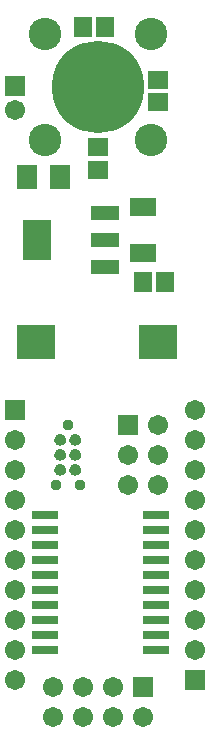
<source format=gbr>
G04 DipTrace 2.4.0.1*
%INTopMask.gbr*%
%MOIN*%
%ADD34C,0.0374*%
%ADD43C,0.108*%
%ADD45C,0.308*%
%ADD47R,0.0867X0.0316*%
%ADD49R,0.0592X0.0671*%
%ADD51C,0.0671*%
%ADD53R,0.0671X0.0671*%
%ADD55R,0.0671X0.0592*%
%ADD57R,0.0926X0.136*%
%ADD59R,0.0926X0.0454*%
%ADD61R,0.126X0.118*%
%ADD63R,0.0907X0.0631*%
%ADD65R,0.071X0.0789*%
%FSLAX44Y44*%
G04*
G70*
G90*
G75*
G01*
%LNTopMask*%
%LPD*%
D65*
X6315Y22565D3*
X5213D3*
D63*
X9065Y21565D3*
Y20030D3*
D61*
X9565Y17065D3*
X5515D3*
D59*
X7815Y19565D3*
Y20471D3*
Y21376D3*
D57*
X5532Y20471D3*
D55*
X7565Y22815D3*
Y23563D3*
D53*
X4815Y25602D3*
D51*
Y24815D3*
D49*
X7819Y27565D3*
X7071D3*
D55*
X9565Y25815D3*
Y25067D3*
D53*
X9065Y5565D3*
D51*
Y4565D3*
X8065Y5565D3*
Y4565D3*
X7065Y5565D3*
Y4565D3*
X6065Y5565D3*
Y4565D3*
D53*
X8565Y14315D3*
D51*
X9565D3*
X8565Y13315D3*
X9565D3*
X8565Y12315D3*
X9565D3*
D49*
X9819Y19065D3*
X9071D3*
G36*
X6815Y13620D2*
X6849Y13623D1*
X6882Y13632D1*
X6913Y13646D1*
X6940Y13666D1*
X6964Y13690D1*
X6984Y13717D1*
X6998Y13748D1*
X7007Y13781D1*
X7010Y13815D1*
D1*
X7007Y13849D1*
X6998Y13882D1*
X6984Y13913D1*
X6964Y13940D1*
X6940Y13964D1*
X6913Y13984D1*
X6882Y13998D1*
X6849Y14007D1*
X6815Y14010D1*
D1*
X6781Y14007D1*
X6748Y13998D1*
X6717Y13984D1*
X6690Y13964D1*
X6666Y13940D1*
X6646Y13913D1*
X6632Y13882D1*
X6623Y13849D1*
X6620Y13815D1*
D1*
X6623Y13781D1*
X6632Y13748D1*
X6646Y13717D1*
X6666Y13690D1*
X6690Y13666D1*
X6717Y13646D1*
X6748Y13632D1*
X6781Y13623D1*
X6815Y13620D1*
G37*
G36*
Y13120D2*
X6849Y13123D1*
X6882Y13132D1*
X6913Y13146D1*
X6940Y13166D1*
X6964Y13190D1*
X6984Y13217D1*
X6998Y13248D1*
X7007Y13281D1*
X7010Y13315D1*
D1*
X7007Y13349D1*
X6998Y13382D1*
X6984Y13413D1*
X6964Y13440D1*
X6940Y13464D1*
X6913Y13484D1*
X6882Y13498D1*
X6849Y13507D1*
X6815Y13510D1*
D1*
X6781Y13507D1*
X6748Y13498D1*
X6717Y13484D1*
X6690Y13464D1*
X6666Y13440D1*
X6646Y13413D1*
X6632Y13382D1*
X6623Y13349D1*
X6620Y13315D1*
D1*
X6623Y13281D1*
X6632Y13248D1*
X6646Y13217D1*
X6666Y13190D1*
X6690Y13166D1*
X6717Y13146D1*
X6748Y13132D1*
X6781Y13123D1*
X6815Y13120D1*
G37*
G36*
Y12620D2*
X6849Y12623D1*
X6882Y12632D1*
X6913Y12646D1*
X6940Y12666D1*
X6964Y12690D1*
X6984Y12717D1*
X6998Y12748D1*
X7007Y12781D1*
X7010Y12815D1*
D1*
X7007Y12849D1*
X6998Y12882D1*
X6984Y12913D1*
X6964Y12940D1*
X6940Y12964D1*
X6913Y12984D1*
X6882Y12998D1*
X6849Y13007D1*
X6815Y13010D1*
D1*
X6781Y13007D1*
X6748Y12998D1*
X6717Y12984D1*
X6690Y12964D1*
X6666Y12940D1*
X6646Y12913D1*
X6632Y12882D1*
X6623Y12849D1*
X6620Y12815D1*
D1*
X6623Y12781D1*
X6632Y12748D1*
X6646Y12717D1*
X6666Y12690D1*
X6690Y12666D1*
X6717Y12646D1*
X6748Y12632D1*
X6781Y12623D1*
X6815Y12620D1*
G37*
G36*
X6315D2*
X6349Y12623D1*
X6382Y12632D1*
X6413Y12646D1*
X6440Y12666D1*
X6464Y12690D1*
X6484Y12717D1*
X6498Y12748D1*
X6507Y12781D1*
X6510Y12815D1*
D1*
X6507Y12849D1*
X6498Y12882D1*
X6484Y12913D1*
X6464Y12940D1*
X6440Y12964D1*
X6413Y12984D1*
X6382Y12998D1*
X6349Y13007D1*
X6315Y13010D1*
D1*
X6281Y13007D1*
X6248Y12998D1*
X6217Y12984D1*
X6190Y12964D1*
X6166Y12940D1*
X6146Y12913D1*
X6132Y12882D1*
X6123Y12849D1*
X6120Y12815D1*
D1*
X6123Y12781D1*
X6132Y12748D1*
X6146Y12717D1*
X6166Y12690D1*
X6190Y12666D1*
X6217Y12646D1*
X6248Y12632D1*
X6281Y12623D1*
X6315Y12620D1*
G37*
G36*
Y13120D2*
X6349Y13123D1*
X6382Y13132D1*
X6413Y13146D1*
X6440Y13166D1*
X6464Y13190D1*
X6484Y13217D1*
X6498Y13248D1*
X6507Y13281D1*
X6510Y13315D1*
D1*
X6507Y13349D1*
X6498Y13382D1*
X6484Y13413D1*
X6464Y13440D1*
X6440Y13464D1*
X6413Y13484D1*
X6382Y13498D1*
X6349Y13507D1*
X6315Y13510D1*
D1*
X6281Y13507D1*
X6248Y13498D1*
X6217Y13484D1*
X6190Y13464D1*
X6166Y13440D1*
X6146Y13413D1*
X6132Y13382D1*
X6123Y13349D1*
X6120Y13315D1*
D1*
X6123Y13281D1*
X6132Y13248D1*
X6146Y13217D1*
X6166Y13190D1*
X6190Y13166D1*
X6217Y13146D1*
X6248Y13132D1*
X6281Y13123D1*
X6315Y13120D1*
G37*
G36*
Y13620D2*
X6349Y13623D1*
X6382Y13632D1*
X6413Y13646D1*
X6440Y13666D1*
X6464Y13690D1*
X6484Y13717D1*
X6498Y13748D1*
X6507Y13781D1*
X6510Y13815D1*
D1*
X6507Y13849D1*
X6498Y13882D1*
X6484Y13913D1*
X6464Y13940D1*
X6440Y13964D1*
X6413Y13984D1*
X6382Y13998D1*
X6349Y14007D1*
X6315Y14010D1*
D1*
X6281Y14007D1*
X6248Y13998D1*
X6217Y13984D1*
X6190Y13964D1*
X6166Y13940D1*
X6146Y13913D1*
X6132Y13882D1*
X6123Y13849D1*
X6120Y13815D1*
D1*
X6123Y13781D1*
X6132Y13748D1*
X6146Y13717D1*
X6166Y13690D1*
X6190Y13666D1*
X6217Y13646D1*
X6248Y13632D1*
X6281Y13623D1*
X6315Y13620D1*
G37*
D34*
X6565Y14315D3*
X6965Y12315D3*
X6165D3*
D53*
X4815Y14815D3*
D51*
Y13815D3*
Y12815D3*
Y11815D3*
Y10815D3*
Y9815D3*
Y8815D3*
Y7815D3*
Y6815D3*
Y5815D3*
D53*
X10815D3*
D51*
Y6815D3*
Y7815D3*
Y8815D3*
Y9815D3*
Y10815D3*
Y11815D3*
Y12815D3*
Y13815D3*
Y14815D3*
D47*
X5815Y11315D3*
Y10815D3*
Y10315D3*
Y9815D3*
Y9315D3*
Y8815D3*
Y8315D3*
Y7815D3*
Y7315D3*
Y6815D3*
X9515D3*
Y7315D3*
Y7815D3*
Y8315D3*
Y8815D3*
Y9315D3*
Y9815D3*
Y10315D3*
Y10815D3*
Y11315D3*
D45*
X7565Y25565D3*
D43*
X9333Y23797D3*
X5797D3*
Y27333D3*
X9333D3*
M02*

</source>
